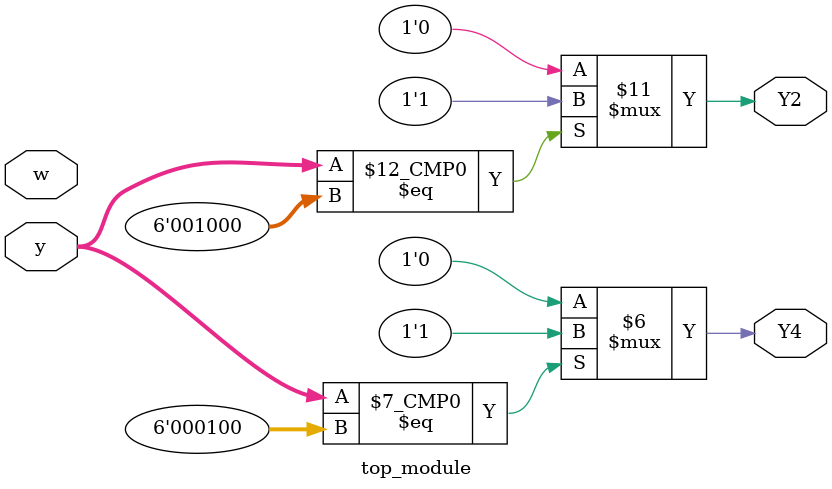
<source format=sv>
module top_module (
    input [6:1] y,
    input w,
    output reg Y2,
    output reg Y4
);

    always @(*) begin
        case(y)
            7'b000001: begin
                Y2 = 1'b0;
                Y4 = 1'b0;
            end
            7'b000010: begin
                Y2 = 1'b0;
                Y4 = 1'b0;
            end
            7'b000100: begin
                Y2 = 1'b0;
                Y4 = 1'b1;
            end
            7'b001000: begin
                Y2 = 1'b1;
                Y4 = 1'b0;
            end
            7'b010000: begin
                Y2 = 1'b0;
                Y4 = 1'b0;
            end
            7'b100000: begin
                Y2 = 1'b0;
                Y4 = 1'b0;
            end
            default: begin
                Y2 = 1'b0;
                Y4 = 1'b0;
            end
        endcase
    end
    
endmodule

</source>
